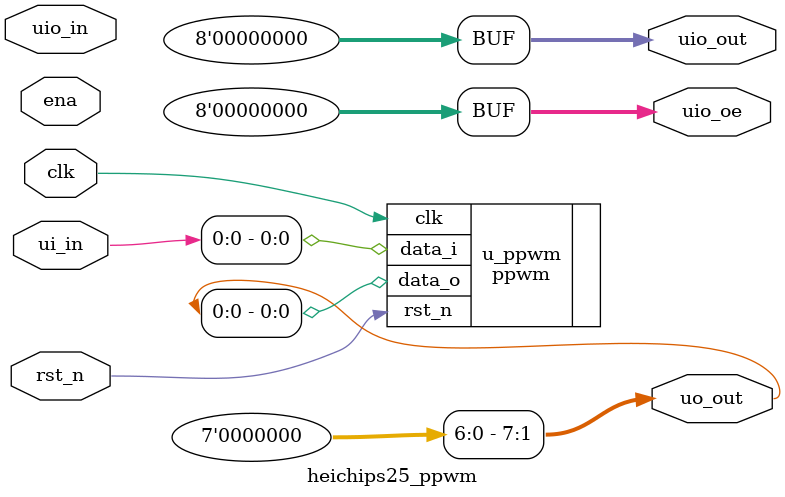
<source format=sv>


`default_nettype none

module heichips25_ppwm (
    input  wire [7:0] ui_in,    // Dedicated inputs
    output wire [7:0] uo_out,   // Dedicated outputs
    input  wire [7:0] uio_in,   // IOs: Input path
    output wire [7:0] uio_out,  // IOs: Output path
    output wire [7:0] uio_oe,   // IOs: Enable path (active high: 0=input, 1=output)
    input  wire       ena,      // always 1 when the design is powered, so you can ignore it
    input  wire       clk,      // clock
    input  wire       rst_n     // reset_n - low to reset
);

  // List all unused inputs to prevent warnings
  wire  _unused = &{ena, ui_in[7:1], uio_in[7:0]};

  ppwm #(
      .COUNTER_WIDTH(10)
  ) u_ppwm (
      .clk(clk),
      .rst_n(rst_n),
      .data_i(ui_in[0]),
      .data_o(uo_out[0])
  );

  assign uo_out[7:1] = 7'h00;
  assign uio_out = '0;
  assign uio_oe = '0;

endmodule

</source>
